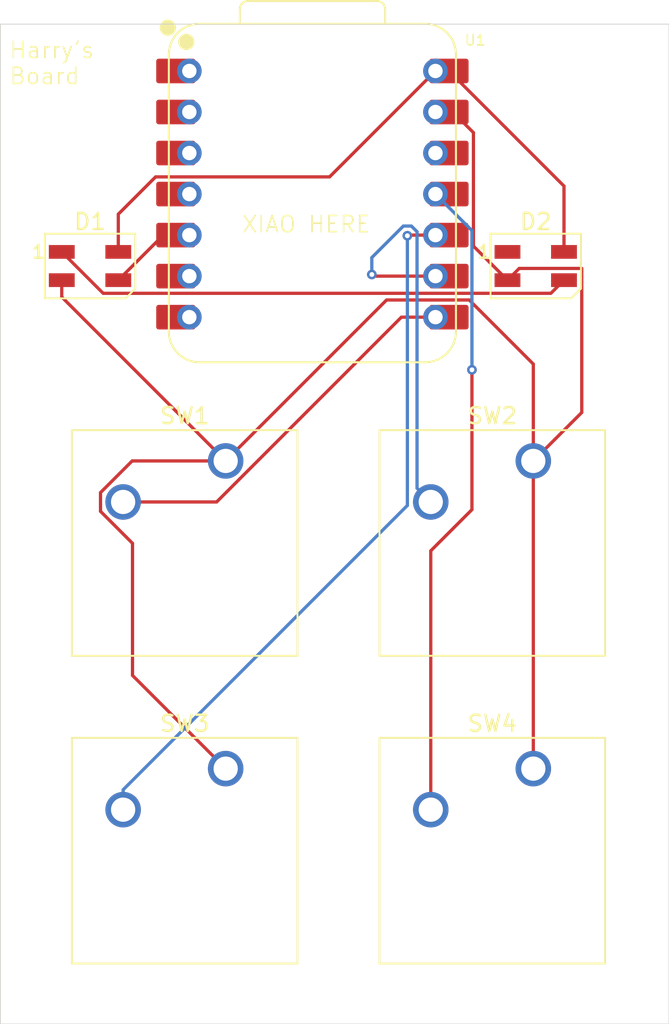
<source format=kicad_pcb>
(kicad_pcb (version 20241229) (generator "pcbnew") (generator_version "9.0")
  (layers (0 "F.Cu" signal) (2 "B.Cu" signal) (13 "F.Paste" user) (15 "B.Paste" user) (5 "F.SilkS" user "F.Silkscreen") (7 "B.SilkS" user "B.Silkscreen") (1 "F.Mask" user) (3 "B.Mask" user) (25 "Edge.Cuts" user))
  (net 0 "")
  (net 1 "Net-(D1-DIN)")
  (net 2 "+5V")
  (net 3 "Net-(D1-DOUT)")
  (net 4 "GND")
  (net 6 "Net-(U1-GPIO1{slash}RX)")
  (net 7 "Net-(U1-GPIO2{slash}SCK)")
  (net 8 "Net-(U1-GPIO4{slash}MISO)")
  (net 9 "Net-(U1-GPIO3{slash}MOSI)")
  (footprint "Button_Switch_Keyboard:SW_Cherry_MX_1.00u_PCB" (layer "F.Cu") (at 139.7 95.09125)
    (property "Reference" "SW4" (at -2.54 -2.794 0) (layer "F.SilkS"))
    (property "Value" "SW_Push")
    (fp_line (start -9.525 -1.905) (end 4.445 -1.905) (stroke (width 0.12)) (layer "F.SilkS"))
    (fp_line (start -9.525 12.065) (end -9.525 -1.905) (stroke (width 0.12)) (layer "F.SilkS"))
    (fp_line (start 4.445 -1.905) (end 4.445 12.065) (stroke (width 0.12)) (layer "F.SilkS"))
    (fp_line (start 4.445 12.065) (end -9.525 12.065) (stroke (width 0.12)) (layer "F.SilkS"))
    (pad "" np_thru_hole circle (at -7.62 5.08) (size 1.7 1.7) (drill 1.7) (layers "*.Cu" "*.Mask"))
    (pad "" np_thru_hole circle (at -2.54 5.08) (size 4 4) (drill 4) (layers "*.Cu" "*.Mask"))
    (pad "" np_thru_hole circle (at 2.54 5.08) (size 1.7 1.7) (drill 1.7) (layers "*.Cu" "*.Mask"))
    (pad "1" thru_hole circle (at 0 0) (size 2.2 2.2) (drill 1.5) (layers "*.Cu" "*.Mask") (net 4 "GND"))
    (pad "2" thru_hole circle (at -6.35 2.54) (size 2.2 2.2) (drill 1.5) (layers "*.Cu" "*.Mask") (net 9 "Net-(U1-GPIO3{slash}MOSI)"))
  )
  (footprint "OPL:XIAO-RP2040-DIP" (layer "F.Cu") (at 126.02 59.52)
    (property "Reference" "U1" (at 10.08 -9.52 0) (layer "F.SilkS") (effects (font (size 0.635 0.635) (thickness 0.1016))))
    (property "Value" "XIAO-RP2040-DIP")
    (fp_line (start -8.89 8.509) (end -8.89 -8.636) (stroke (width 0.127)) (layer "F.SilkS"))
    (fp_line (start -6.985 10.414) (end 6.985 10.414) (stroke (width 0.127)) (layer "F.SilkS"))
    (fp_line (start -4.495 -10.541) (end -4.491272 -11.451272) (stroke (width 0.127)) (layer "F.SilkS"))
    (fp_line (start -3.991272 -11.951) (end 4.004 -11.951) (stroke (width 0.127)) (layer "F.SilkS"))
    (fp_line (start 4.504 -11.451) (end 4.504 -10.541) (stroke (width 0.127)) (layer "F.SilkS"))
    (fp_line (start 6.985 -10.541) (end -6.985 -10.541) (stroke (width 0.1)) (layer "F.SilkS"))
    (fp_line (start 6.985 -10.541) (end -6.985 -10.541) (stroke (width 0.127)) (layer "F.SilkS"))
    (fp_line (start 8.89 8.509) (end 8.89 -8.636) (stroke (width 0.127)) (layer "F.SilkS"))
    (fp_arc (start -8.89 -8.636) (mid -8.332038 -9.983038) (end -6.985 -10.541) (stroke (width 0.127)) (layer "F.SilkS"))
    (fp_arc (start -6.985 10.414) (mid -8.332038 9.856038) (end -8.89 8.509) (stroke (width 0.127)) (layer "F.SilkS"))
    (fp_arc (start -4.491272 -11.451272) (mid -4.344728 -11.80464) (end -3.991272 -11.951) (stroke (width 0.127)) (layer "F.SilkS"))
    (fp_arc (start 4.004 -11.951) (mid 4.357553 -11.804553) (end 4.504 -11.451) (stroke (width 0.127)) (layer "F.SilkS"))
    (fp_arc (start 6.985 -10.541) (mid 8.332038 -9.983038) (end 8.89 -8.636) (stroke (width 0.127)) (layer "F.SilkS"))
    (fp_arc (start 8.89 8.509) (mid 8.332038 9.856038) (end 6.985 10.414) (stroke (width 0.127)) (layer "F.SilkS"))
    (fp_circle (center -8.95 -10.3) (end -8.95 -10.554) (stroke (width 0.5)) (fill yes) (layer "F.SilkS"))
    (fp_circle (center -7.807 -9.42) (end -7.807 -9.674) (stroke (width 0.5)) (fill yes) (layer "F.SilkS"))
    (pad "1" smd roundrect (at -8.455 -7.62 180) (size 2.432 1.524) (layers "F.Cu" "F.Mask") (roundrect_rratio 0.1))
    (pad "1" thru_hole circle (at -7.62 -7.62 180) (size 1.524 1.524) (drill 0.889) (layers "*.Cu" "*.Mask"))
    (pad "2" smd roundrect (at -8.455 -5.08 180) (size 2.432 1.524) (layers "F.Cu" "F.Mask") (roundrect_rratio 0.1))
    (pad "2" thru_hole circle (at -7.62 -5.08 180) (size 1.524 1.524) (drill 0.889) (layers "*.Cu" "*.Mask"))
    (pad "3" smd roundrect (at -8.455 -2.54 180) (size 2.432 1.524) (layers "F.Cu" "F.Mask") (roundrect_rratio 0.1))
    (pad "3" thru_hole circle (at -7.62 -2.54 180) (size 1.524 1.524) (drill 0.889) (layers "*.Cu" "*.Mask"))
    (pad "4" smd roundrect (at -8.455 0 180) (size 2.432 1.524) (layers "F.Cu" "F.Mask") (roundrect_rratio 0.1))
    (pad "4" thru_hole circle (at -7.62 0 180) (size 1.524 1.524) (drill 0.889) (layers "*.Cu" "*.Mask"))
    (pad "5" smd roundrect (at -8.455 2.54 180) (size 2.432 1.524) (layers "F.Cu" "F.Mask") (roundrect_rratio 0.1) (net 1 "Net-(D1-DIN)"))
    (pad "5" thru_hole circle (at -7.62 2.54 180) (size 1.524 1.524) (drill 0.889) (layers "*.Cu" "*.Mask") (net 1 "Net-(D1-DIN)"))
    (pad "6" smd roundrect (at -8.455 5.08 180) (size 2.432 1.524) (layers "F.Cu" "F.Mask") (roundrect_rratio 0.1))
    (pad "6" thru_hole circle (at -7.62 5.08 180) (size 1.524 1.524) (drill 0.889) (layers "*.Cu" "*.Mask"))
    (pad "7" smd roundrect (at -8.455 7.62 180) (size 2.432 1.524) (layers "F.Cu" "F.Mask") (roundrect_rratio 0.1))
    (pad "7" thru_hole circle (at -7.62 7.62 180) (size 1.524 1.524) (drill 0.889) (layers "*.Cu" "*.Mask"))
    (pad "8" thru_hole circle (at 7.62 7.62) (size 1.524 1.524) (drill 0.889) (layers "*.Cu" "*.Mask") (net 6 "Net-(U1-GPIO1{slash}RX)"))
    (pad "8" smd roundrect (at 8.455 7.62) (size 2.432 1.524) (layers "F.Cu" "F.Mask") (roundrect_rratio 0.1) (net 6 "Net-(U1-GPIO1{slash}RX)"))
    (pad "9" thru_hole circle (at 7.62 5.08) (size 1.524 1.524) (drill 0.889) (layers "*.Cu" "*.Mask") (net 7 "Net-(U1-GPIO2{slash}SCK)"))
    (pad "9" smd roundrect (at 8.455 5.08) (size 2.432 1.524) (layers "F.Cu" "F.Mask") (roundrect_rratio 0.1) (net 7 "Net-(U1-GPIO2{slash}SCK)"))
    (pad "10" thru_hole circle (at 7.62 2.54) (size 1.524 1.524) (drill 0.889) (layers "*.Cu" "*.Mask") (net 8 "Net-(U1-GPIO4{slash}MISO)"))
    (pad "10" smd roundrect (at 8.455 2.54) (size 2.432 1.524) (layers "F.Cu" "F.Mask") (roundrect_rratio 0.1) (net 8 "Net-(U1-GPIO4{slash}MISO)"))
    (pad "11" thru_hole circle (at 7.62 0) (size 1.524 1.524) (drill 0.889) (layers "*.Cu" "*.Mask") (net 9 "Net-(U1-GPIO3{slash}MOSI)"))
    (pad "11" smd roundrect (at 8.455 0) (size 2.432 1.524) (layers "F.Cu" "F.Mask") (roundrect_rratio 0.1) (net 9 "Net-(U1-GPIO3{slash}MOSI)"))
    (pad "12" thru_hole circle (at 7.62 -2.54) (size 1.524 1.524) (drill 0.889) (layers "*.Cu" "*.Mask"))
    (pad "12" smd roundrect (at 8.455 -2.54) (size 2.432 1.524) (layers "F.Cu" "F.Mask") (roundrect_rratio 0.1))
    (pad "13" thru_hole circle (at 7.62 -5.08) (size 1.524 1.524) (drill 0.889) (layers "*.Cu" "*.Mask") (net 4 "GND"))
    (pad "13" smd roundrect (at 8.455 -5.08) (size 2.432 1.524) (layers "F.Cu" "F.Mask") (roundrect_rratio 0.1) (net 4 "GND"))
    (pad "14" thru_hole circle (at 7.62 -7.62) (size 1.524 1.524) (drill 0.889) (layers "*.Cu" "*.Mask") (net 2 "+5V"))
    (pad "14" smd roundrect (at 8.455 -7.62) (size 2.432 1.524) (layers "F.Cu" "F.Mask") (roundrect_rratio 0.1) (net 2 "+5V"))
  )
  (footprint "Button_Switch_Keyboard:SW_Cherry_MX_1.00u_PCB" (layer "F.Cu") (at 120.65 76.04125)
    (property "Reference" "SW1" (at -2.54 -2.794 0) (layer "F.SilkS"))
    (property "Value" "SW_Push")
    (fp_line (start -9.525 -1.905) (end 4.445 -1.905) (stroke (width 0.12)) (layer "F.SilkS"))
    (fp_line (start -9.525 12.065) (end -9.525 -1.905) (stroke (width 0.12)) (layer "F.SilkS"))
    (fp_line (start 4.445 -1.905) (end 4.445 12.065) (stroke (width 0.12)) (layer "F.SilkS"))
    (fp_line (start 4.445 12.065) (end -9.525 12.065) (stroke (width 0.12)) (layer "F.SilkS"))
    (pad "" np_thru_hole circle (at -7.62 5.08) (size 1.7 1.7) (drill 1.7) (layers "*.Cu" "*.Mask"))
    (pad "" np_thru_hole circle (at -2.54 5.08) (size 4 4) (drill 4) (layers "*.Cu" "*.Mask"))
    (pad "" np_thru_hole circle (at 2.54 5.08) (size 1.7 1.7) (drill 1.7) (layers "*.Cu" "*.Mask"))
    (pad "1" thru_hole circle (at 0 0) (size 2.2 2.2) (drill 1.5) (layers "*.Cu" "*.Mask") (net 4 "GND"))
    (pad "2" thru_hole circle (at -6.35 2.54) (size 2.2 2.2) (drill 1.5) (layers "*.Cu" "*.Mask") (net 6 "Net-(U1-GPIO1{slash}RX)"))
  )
  (footprint "Button_Switch_Keyboard:SW_Cherry_MX_1.00u_PCB" (layer "F.Cu") (at 120.65 95.09125)
    (property "Reference" "SW3" (at -2.54 -2.794 0) (layer "F.SilkS"))
    (property "Value" "SW_Push")
    (fp_line (start -9.525 -1.905) (end 4.445 -1.905) (stroke (width 0.12)) (layer "F.SilkS"))
    (fp_line (start -9.525 12.065) (end -9.525 -1.905) (stroke (width 0.12)) (layer "F.SilkS"))
    (fp_line (start 4.445 -1.905) (end 4.445 12.065) (stroke (width 0.12)) (layer "F.SilkS"))
    (fp_line (start 4.445 12.065) (end -9.525 12.065) (stroke (width 0.12)) (layer "F.SilkS"))
    (pad "" np_thru_hole circle (at -7.62 5.08) (size 1.7 1.7) (drill 1.7) (layers "*.Cu" "*.Mask"))
    (pad "" np_thru_hole circle (at -2.54 5.08) (size 4 4) (drill 4) (layers "*.Cu" "*.Mask"))
    (pad "" np_thru_hole circle (at 2.54 5.08) (size 1.7 1.7) (drill 1.7) (layers "*.Cu" "*.Mask"))
    (pad "1" thru_hole circle (at 0 0) (size 2.2 2.2) (drill 1.5) (layers "*.Cu" "*.Mask") (net 4 "GND"))
    (pad "2" thru_hole circle (at -6.35 2.54) (size 2.2 2.2) (drill 1.5) (layers "*.Cu" "*.Mask") (net 8 "Net-(U1-GPIO4{slash}MISO)"))
  )
  (footprint "LED_SMD:LED_SK6812MINI_PLCC4_3.5x3.5mm_P1.75mm" (layer "F.Cu") (at 139.85 63.975)
    (property "Reference" "D2" (at 0 -2.75 0) (layer "F.SilkS"))
    (property "Value" "SK6812MINI")
    (fp_line (start -2.8 -2) (end -2.8 2) (stroke (width 0.12)) (layer "F.SilkS"))
    (fp_line (start -2.8 -2) (end 2.8 -2) (stroke (width 0.12)) (layer "F.SilkS"))
    (fp_line (start -2.8 2) (end 2.2 2) (stroke (width 0.12)) (layer "F.SilkS"))
    (fp_line (start 2.8 1.4) (end 2.2 2) (stroke (width 0.12)) (layer "F.SilkS"))
    (fp_line (start 2.8 1.4) (end 2.8 -2) (stroke (width 0.12)) (layer "F.SilkS"))
    (fp_text user "1" (at -3.2 -0.875 0) (layer "F.SilkS") (effects (font (size 0.8 0.8))))
    (pad "1" smd rect (at -1.75 -0.875) (size 1.6 0.85) (layers "F.Cu" "F.Mask" "F.Paste"))
    (pad "2" smd rect (at -1.75 0.875) (size 1.6 0.85) (layers "F.Cu" "F.Mask" "F.Paste") (net 4 "GND"))
    (pad "3" smd rect (at 1.75 0.875) (size 1.6 0.85) (layers "F.Cu" "F.Mask" "F.Paste") (net 3 "Net-(D1-DOUT)"))
    (pad "4" smd rect (at 1.75 -0.875) (size 1.6 0.85) (layers "F.Cu" "F.Mask" "F.Paste") (net 2 "+5V"))
  )
  (footprint "Button_Switch_Keyboard:SW_Cherry_MX_1.00u_PCB" (layer "F.Cu") (at 139.7 76.04125)
    (property "Reference" "SW2" (at -2.54 -2.794 0) (layer "F.SilkS"))
    (property "Value" "SW_Push")
    (fp_line (start -9.525 -1.905) (end 4.445 -1.905) (stroke (width 0.12)) (layer "F.SilkS"))
    (fp_line (start -9.525 12.065) (end -9.525 -1.905) (stroke (width 0.12)) (layer "F.SilkS"))
    (fp_line (start 4.445 -1.905) (end 4.445 12.065) (stroke (width 0.12)) (layer "F.SilkS"))
    (fp_line (start 4.445 12.065) (end -9.525 12.065) (stroke (width 0.12)) (layer "F.SilkS"))
    (pad "" np_thru_hole circle (at -7.62 5.08) (size 1.7 1.7) (drill 1.7) (layers "*.Cu" "*.Mask"))
    (pad "" np_thru_hole circle (at -2.54 5.08) (size 4 4) (drill 4) (layers "*.Cu" "*.Mask"))
    (pad "" np_thru_hole circle (at 2.54 5.08) (size 1.7 1.7) (drill 1.7) (layers "*.Cu" "*.Mask"))
    (pad "1" thru_hole circle (at 0 0) (size 2.2 2.2) (drill 1.5) (layers "*.Cu" "*.Mask") (net 4 "GND"))
    (pad "2" thru_hole circle (at -6.35 2.54) (size 2.2 2.2) (drill 1.5) (layers "*.Cu" "*.Mask") (net 7 "Net-(U1-GPIO2{slash}SCK)"))
  )
  (footprint "LED_SMD:LED_SK6812MINI_PLCC4_3.5x3.5mm_P1.75mm" (layer "F.Cu") (at 112.25 63.975)
    (property "Reference" "D1" (at 0 -2.75 0) (layer "F.SilkS"))
    (property "Value" "SK6812MINI")
    (fp_line (start -2.8 -2) (end -2.8 2) (stroke (width 0.12)) (layer "F.SilkS"))
    (fp_line (start -2.8 -2) (end 2.8 -2) (stroke (width 0.12)) (layer "F.SilkS"))
    (fp_line (start -2.8 2) (end 2.2 2) (stroke (width 0.12)) (layer "F.SilkS"))
    (fp_line (start 2.8 1.4) (end 2.2 2) (stroke (width 0.12)) (layer "F.SilkS"))
    (fp_line (start 2.8 1.4) (end 2.8 -2) (stroke (width 0.12)) (layer "F.SilkS"))
    (fp_text user "1" (at -3.2 -0.875 0) (layer "F.SilkS") (effects (font (size 0.8 0.8))))
    (pad "1" smd rect (at -1.75 -0.875) (size 1.6 0.85) (layers "F.Cu" "F.Mask" "F.Paste") (net 3 "Net-(D1-DOUT)"))
    (pad "2" smd rect (at -1.75 0.875) (size 1.6 0.85) (layers "F.Cu" "F.Mask" "F.Paste") (net 4 "GND"))
    (pad "3" smd rect (at 1.75 0.875) (size 1.6 0.85) (layers "F.Cu" "F.Mask" "F.Paste") (net 1 "Net-(D1-DIN)"))
    (pad "4" smd rect (at 1.75 -0.875) (size 1.6 0.85) (layers "F.Cu" "F.Mask" "F.Paste") (net 2 "+5V"))
  )
  (gr_rect (start 106.7 49) (end 148.1 110.9) (stroke (width 0.05)) (fill no) (layer "Edge.Cuts"))
  (gr_text "XIAO HERE\n" (at 121.6 61.975 0) (layer "F.SilkS") (effects (font (size 1 1) (thickness 0.1)) (justify left bottom)))
  (gr_text "Harry's\nBoard" (at 107.2 52.8 0) (layer "F.SilkS") (effects (font (size 1 1) (thickness 0.1)) (justify left bottom)))
  (segment (start 116.79 62.06) (end 114 64.85) (width 0.2) (layer "F.Cu") (net 1))
  (segment (start 118.4 62.06) (end 116.79 62.06) (width 0.2) (layer "F.Cu") (net 1))
  (segment (start 141.6 63.1) (end 141.6 59.025) (width 0.2) (layer "F.Cu") (net 2))
  (segment (start 127.083 58.457) (end 133.64 51.9) (width 0.2) (layer "F.Cu") (net 2))
  (segment (start 114 63.1) (end 114 60.766374) (width 0.2) (layer "F.Cu") (net 2))
  (segment (start 116.309374 58.457) (end 127.083 58.457) (width 0.2) (layer "F.Cu") (net 2))
  (segment (start 141.6 59.025) (end 134.475 51.9) (width 0.2) (layer "F.Cu") (net 2))
  (segment (start 114 60.766374) (end 116.309374 58.457) (width 0.2) (layer "F.Cu") (net 2))
  (segment (start 141.6 64.85) (end 140.787 65.663) (width 0.2) (layer "F.Cu") (net 3))
  (segment (start 140.787 65.663) (end 113.063 65.663) (width 0.2) (layer "F.Cu") (net 3))
  (segment (start 113.063 65.663) (end 110.5 63.1) (width 0.2) (layer "F.Cu") (net 3))
  (segment (start 114.880314 81.142878) (end 112.899 79.161564) (width 0.2) (layer "F.Cu") (net 4))
  (segment (start 120.65 95.09125) (end 114.880314 89.321564) (width 0.2) (layer "F.Cu") (net 4))
  (segment (start 114.858686 76.04125) (end 120.65 76.04125) (width 0.2) (layer "F.Cu") (net 4))
  (segment (start 134.71763 54.44) (end 133.64 54.44) (width 0.2) (layer "F.Cu") (net 4))
  (segment (start 138.826 64.124) (end 142.701 64.124) (width 0.2) (layer "F.Cu") (net 4))
  (segment (start 142.701 73.04025) (end 139.7 76.04125) (width 0.2) (layer "F.Cu") (net 4))
  (segment (start 110.5 64.85) (end 110.5 65.89125) (width 0.2) (layer "F.Cu") (net 4))
  (segment (start 112.899 79.161564) (end 112.899 78.000936) (width 0.2) (layer "F.Cu") (net 4))
  (segment (start 110.5 65.89125) (end 120.65 76.04125) (width 0.2) (layer "F.Cu") (net 4))
  (segment (start 139.7 70.046374) (end 135.730626 66.077) (width 0.2) (layer "F.Cu") (net 4))
  (segment (start 112.899 78.000936) (end 114.858686 76.04125) (width 0.2) (layer "F.Cu") (net 4))
  (segment (start 114.880314 89.321564) (end 114.880314 81.142878) (width 0.2) (layer "F.Cu") (net 4))
  (segment (start 142.701 64.124) (end 142.701 73.04025) (width 0.2) (layer "F.Cu") (net 4))
  (segment (start 135.992 62.742) (end 135.992 55.71437) (width 0.2) (layer "F.Cu") (net 4))
  (segment (start 139.7 76.04125) (end 139.7 95.09125) (width 0.2) (layer "F.Cu") (net 4))
  (segment (start 138.1 64.85) (end 138.826 64.124) (width 0.2) (layer "F.Cu") (net 4))
  (segment (start 130.61425 66.077) (end 120.65 76.04125) (width 0.2) (layer "F.Cu") (net 4))
  (segment (start 138.1 64.85) (end 135.992 62.742) (width 0.2) (layer "F.Cu") (net 4))
  (segment (start 135.992 55.71437) (end 134.71763 54.44) (width 0.2) (layer "F.Cu") (net 4))
  (segment (start 135.730626 66.077) (end 130.61425 66.077) (width 0.2) (layer "F.Cu") (net 4))
  (segment (start 139.7 76.04125) (end 139.7 70.046374) (width 0.2) (layer "F.Cu") (net 4))
  (segment (start 131.532564 67.14) (end 133.64 67.14) (width 0.2) (layer "F.Cu") (net 6))
  (segment (start 114.3 78.58125) (end 120.091314 78.58125) (width 0.2) (layer "F.Cu") (net 6))
  (segment (start 120.091314 78.58125) (end 131.532564 67.14) (width 0.2) (layer "F.Cu") (net 6))
  (segment (start 129.8 64.6) (end 129.7 64.5) (width 0.2) (layer "F.Cu") (net 7))
  (segment (start 133.64 64.6) (end 129.8 64.6) (width 0.2) (layer "F.Cu") (net 7))
  (via (at 129.7 64.5) (size 0.6) (drill 0.3) (layers "F.Cu" "B.Cu") (net 7))
  (segment (start 132.5 61.850057) (end 132.5 77.73125) (width 0.2) (layer "B.Cu") (net 7))
  (segment (start 129.7 63.450057) (end 131.651057 61.499) (width 0.2) (layer "B.Cu") (net 7))
  (segment (start 131.651057 61.499) (end 132.148943 61.499) (width 0.2) (layer "B.Cu") (net 7))
  (segment (start 129.7 64.5) (end 129.7 63.450057) (width 0.2) (layer "B.Cu") (net 7))
  (segment (start 132.5 77.73125) (end 133.35 78.58125) (width 0.2) (layer "B.Cu") (net 7))
  (segment (start 132.148943 61.499) (end 132.5 61.850057) (width 0.2) (layer "B.Cu") (net 7))
  (segment (start 131.94 62.06) (end 131.9 62.1) (width 0.2) (layer "F.Cu") (net 8))
  (segment (start 133.64 62.06) (end 131.94 62.06) (width 0.2) (layer "F.Cu") (net 8))
  (via (at 131.9 62.1) (size 0.6) (drill 0.3) (layers "F.Cu" "B.Cu") (net 8))
  (segment (start 114.3 96.4) (end 114.3 97.63125) (width 0.2) (layer "B.Cu") (net 8))
  (segment (start 131.9 62.1) (end 131.9 78.8) (width 0.2) (layer "B.Cu") (net 8))
  (segment (start 131.9 78.8) (end 114.3 96.4) (width 0.2) (layer "B.Cu") (net 8))
  (segment (start 133.35 97.63125) (end 133.35 81.606434) (width 0.2) (layer "F.Cu") (net 9))
  (segment (start 135.9 79.056434) (end 135.9 70.4) (width 0.2) (layer "F.Cu") (net 9))
  (segment (start 133.35 81.606434) (end 135.9 79.056434) (width 0.2) (layer "F.Cu") (net 9))
  (via (at 135.9 70.4) (size 0.6) (drill 0.3) (layers "F.Cu" "B.Cu") (net 9))
  (segment (start 135.9 70.4) (end 135.9 61.78) (width 0.2) (layer "B.Cu") (net 9))
  (segment (start 135.9 61.78) (end 133.64 59.52) (width 0.2) (layer "B.Cu") (net 9))
)
</source>
